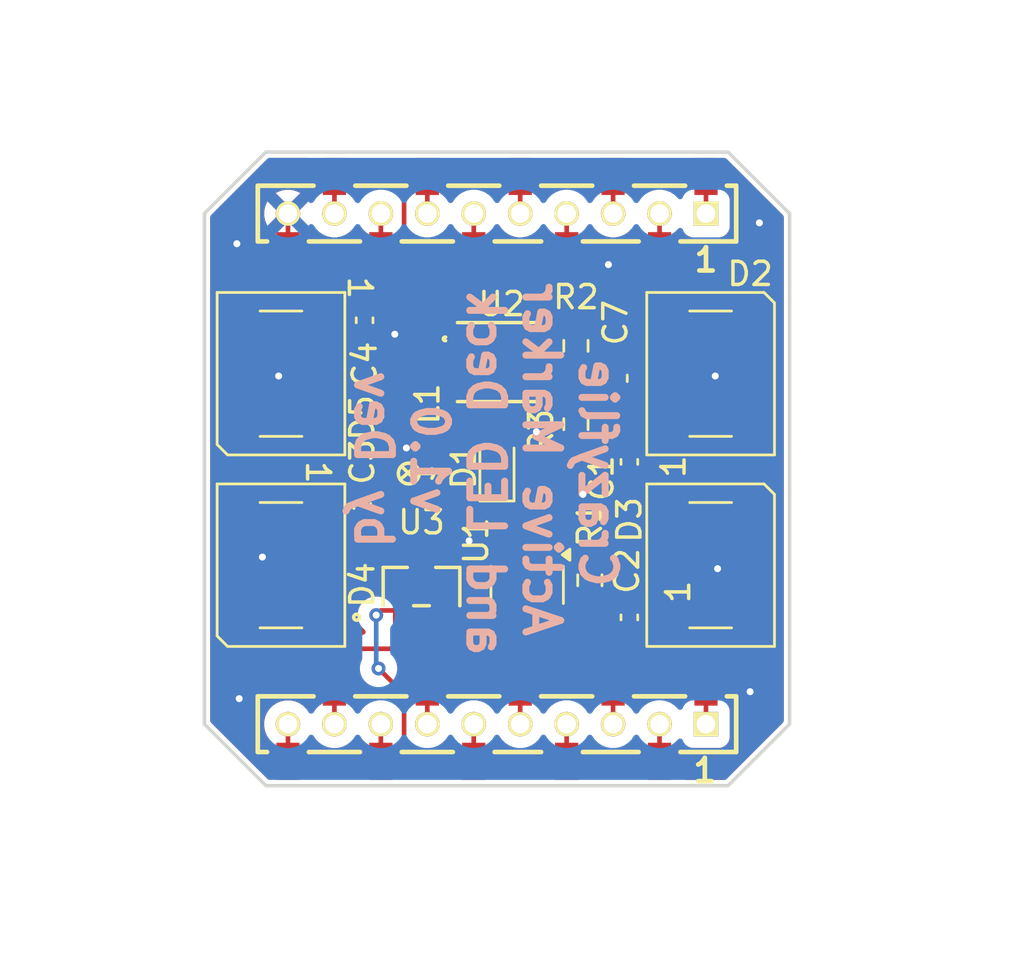
<source format=kicad_pcb>
(kicad_pcb (version 20241229) (generator "pcbnew") (generator_version "9.0")
  (layers (0 "F.Cu" signal) (2 "B.Cu" signal) (13 "F.Paste" user) (15 "B.Paste" user) (5 "F.SilkS" user "F.Silkscreen") (7 "B.SilkS" user "B.Silkscreen") (1 "F.Mask" user) (3 "B.Mask" user) (25 "Edge.Cuts" user))
  (net 0 "")
  (net 1 "GND")
  (net 2 "VCC")
  (net 3 "/OUT")
  (net 4 "VCOM")
  (net 5 "Net-(D2-DOUT)")
  (net 6 "PWM")
  (net 7 "Net-(D3-DOUT)")
  (net 8 "Net-(D4-DOUT)")
  (net 10 "Net-(U2-SW2)")
  (net 11 "Net-(U2-SW1)")
  (net 12 "unconnected-(P1-RX1-Pad2)")
  (net 13 "unconnected-(P1-IO_1-Pad6)")
  (net 14 "unconnected-(P1-VCC-Pad1)")
  (net 15 "unconnected-(P1-TX1-Pad3)_2")
  (net 16 "unconnected-(P1-SDA-Pad4)")
  (net 17 "unconnected-(P1-SCL-Pad5)")
  (net 18 "unconnected-(P1-IO_4-Pad9)")
  (net 19 "unconnected-(P1-IO_3-Pad8)")
  (net 20 "unconnected-(P2-TX2-Pad1)")
  (net 21 "unconnected-(P2-VUSB-Pad10)_1")
  (net 22 "unconnected-(P2-MOSI-Pad5)")
  (net 23 "OW")
  (net 24 "unconnected-(P2-WKUP-Pad7)")
  (net 25 "unconnected-(P2-N_IO_1-Pad6)_2")
  (net 26 "unconnected-(P2-MISO-Pad4)")
  (net 27 "unconnected-(P2-RX2-Pad2)_2")
  (net 28 "unconnected-(P2-SCK-Pad3)_2")
  (net 29 "Net-(U1-REXT)")
  (net 30 "Net-(U2-FB)")
  (footprint "Capacitor_SMD:C_0603_1608Metric" (layer "F.Cu") (at 155.75 50.9 -90)
    (property "Reference" "C7" (at -2.4 0 270) (layer "F.SilkS"))
    (property "Value" "22uF")
    (fp_line (start -0.14058 0.51) (end 0.14058 0.51) (stroke (width 0.12)) (layer "F.SilkS"))
    (fp_line (start -0.14058 -0.51) (end 0.14058 -0.51) (stroke (width 0.12)) (layer "F.SilkS"))
    (pad "1" smd roundrect (at -0.775 0 270) (size 0.9 0.95) (layers "F.Cu" "F.Mask" "F.Paste") (net 2 "VCC"))
    (pad "2" smd roundrect (at 0.775 0 270) (size 0.9 0.95) (layers "F.Cu" "F.Mask" "F.Paste") (net 1 "GND"))
  )
  (footprint "LED_SMD:LED_WS2812B_PLCC4_5.0x5.0mm_P3.2mm" (layer "F.Cu") (at 141.35 50.7 -90)
    (property "Reference" "D5" (at 1.9 -3.5 270) (layer "F.SilkS"))
    (property "Value" "WS2812B")
    (fp_line (start -3.5 2.75) (end 3.05 2.75) (stroke (width 0.12)) (layer "F.SilkS"))
    (fp_line (start 3.05 2.75) (end 3.5 2.3) (stroke (width 0.12)) (layer "F.SilkS"))
    (fp_line (start 3.5 2.3) (end 3.5 -2.75) (stroke (width 0.12)) (layer "F.SilkS"))
    (fp_line (start -2.7 0.9) (end -2.7 -0.9) (stroke (width 0.12)) (layer "F.SilkS"))
    (fp_line (start 2.7 0.9) (end 2.7 -0.9) (stroke (width 0.12)) (layer "F.SilkS"))
    (fp_line (start -3.5 -2.75) (end -3.5 2.75) (stroke (width 0.12)) (layer "F.SilkS"))
    (fp_line (start -3.5 -2.75) (end 3.5 -2.75) (stroke (width 0.12)) (layer "F.SilkS"))
    (fp_text user "1" (at -3.7 -3.4 270) (layer "F.SilkS"))
    (pad "1" smd roundrect (at -2.45 -1.65 270) (size 1.5 0.9) (layers "F.Cu" "F.Mask" "F.Paste") (roundrect_rratio 0.1) (net 2 "VCC"))
    (pad "2" smd roundrect (at -2.45 1.65 270) (size 1.5 0.9) (layers "F.Cu" "F.Mask" "F.Paste") (roundrect_rratio 0.1))
    (pad "3" smd roundrect (at 2.45 1.65 270) (size 1.5 0.9) (layers "F.Cu" "F.Mask" "F.Paste") (roundrect_rratio 0.1) (net 1 "GND"))
    (pad "4" smd roundrect (at 2.45 -1.65 270) (size 1.5 0.9) (layers "F.Cu" "F.Mask" "F.Paste") (roundrect_rratio 0.1) (net 8 "Net-(D4-DOUT)"))
  )
  (footprint "Capacitor_SMD:C_0402_1005Metric" (layer "F.Cu") (at 156.35 61.2 -90)
    (property "Reference" "C2" (at -2 0.1 270) (layer "F.SilkS"))
    (property "Value" "100nF")
    (fp_line (start -0.107836 0.36) (end 0.107836 0.36) (stroke (width 0.12)) (layer "F.SilkS"))
    (fp_line (start -0.107836 -0.36) (end 0.107836 -0.36) (stroke (width 0.12)) (layer "F.SilkS"))
    (pad "1" smd roundrect (at -0.48 0 270) (size 0.56 0.62) (layers "F.Cu" "F.Mask" "F.Paste") (net 1 "GND"))
    (pad "2" smd roundrect (at 0.48 0 270) (size 0.56 0.62) (layers "F.Cu" "F.Mask" "F.Paste") (net 2 "VCC"))
  )
  (footprint "Package_TO_SOT_SMD:SOT-23-6" (layer "F.Cu") (at 151.95 59.8 -90)
    (property "Reference" "U1" (at -1.9 2.2 90) (layer "F.SilkS"))
    (property "Value" "BCR421UW6Q-7")
    (fp_line (start 0 1.56) (end -0.8 1.56) (stroke (width 0.12)) (layer "F.SilkS"))
    (fp_line (start 0 1.56) (end 0.8 1.56) (stroke (width 0.12)) (layer "F.SilkS"))
    (fp_line (start 0 -1.56) (end -0.8 -1.56) (stroke (width 0.12)) (layer "F.SilkS"))
    (fp_line (start 0 -1.56) (end 0.8 -1.56) (stroke (width 0.12)) (layer "F.SilkS"))
    (fp_poly (pts (xy -1.3 -1.51) (xy -1.54 -1.84) (xy -1.06 -1.84)) (stroke (width 0.12)) (fill yes) (layer "F.SilkS"))
    (pad "1" smd roundrect (at -1.1375 -0.95 270) (size 1.325 0.6) (layers "F.Cu" "F.Mask" "F.Paste") (net 4 "VCOM"))
    (pad "2" smd roundrect (at -1.1375 0 270) (size 1.325 0.6) (layers "F.Cu" "F.Mask" "F.Paste") (net 3 "/OUT"))
    (pad "3" smd roundrect (at -1.1375 0.95 270) (size 1.325 0.6) (layers "F.Cu" "F.Mask" "F.Paste") (net 3 "/OUT"))
    (pad "4" smd roundrect (at 1.1375 0.95 270) (size 1.325 0.6) (layers "F.Cu" "F.Mask" "F.Paste") (net 1 "GND"))
    (pad "5" smd roundrect (at 1.1375 0 270) (size 1.325 0.6) (layers "F.Cu" "F.Mask" "F.Paste") (net 3 "/OUT"))
    (pad "6" smd roundrect (at 1.1375 -0.95 270) (size 1.325 0.6) (layers "F.Cu" "F.Mask" "F.Paste") (net 29 "Net-(U1-REXT)"))
  )
  (footprint "DS28E05:21-0051H_MXM" (layer "F.Cu") (at 147.400001 59.8713)
    (property "Reference" "U3" (at 0 -2.7713 0) (layer "F.SilkS"))
    (property "Value" "DS28E05R+T")
    (fp_line (start -1.651 -0.8255) (end -1.651 0.8255) (stroke (width 0.1524)) (layer "F.SilkS"))
    (fp_line (start -0.61214 -0.8255) (end -1.651 -0.8255) (stroke (width 0.1524)) (layer "F.SilkS"))
    (fp_line (start -0.337861 0.8255) (end 0.337861 0.8255) (stroke (width 0.1524)) (layer "F.SilkS"))
    (fp_line (start 1.651 -0.8255) (end 0.61214 -0.8255) (stroke (width 0.1524)) (layer "F.SilkS"))
    (fp_line (start 1.651 0.8255) (end 1.651 -0.8255) (stroke (width 0.1524)) (layer "F.SilkS"))
    (fp_circle (center -2.794 1.3208) (end -2.667 1.3208) (stroke (width 0.1524)) (fill no) (layer "F.SilkS"))
    (pad "1" smd rect (at -0.950001 1.0287) (size 0.5588 1.2954) (layers "F.Cu" "F.Mask" "F.Paste") (net 23 "OW"))
    (pad "2" smd rect (at 0.950001 1.0287) (size 0.5588 1.2954) (layers "F.Cu" "F.Mask" "F.Paste"))
    (pad "3" smd rect (at 0 -1.0287) (size 0.5588 1.2954) (layers "F.Cu" "F.Mask" "F.Paste") (net 1 "GND"))
  )
  (footprint "Resistor_SMD:R_0603_1608Metric" (layer "F.Cu") (at 154.65 59.6 90)
    (property "Reference" "R1" (at 2.4 0 90) (layer "F.SilkS"))
    (property "Value" "20 Ohms")
    (fp_line (start -0.237258 -0.5225) (end 0.237258 -0.5225) (stroke (width 0.12)) (layer "F.SilkS"))
    (fp_line (start -0.237258 0.5225) (end 0.237258 0.5225) (stroke (width 0.12)) (layer "F.SilkS"))
    (pad "1" smd roundrect (at -0.825 0 90) (size 0.8 0.95) (layers "F.Cu" "F.Mask" "F.Paste") (net 29 "Net-(U1-REXT)"))
    (pad "2" smd roundrect (at 0.825 0 90) (size 0.8 0.95) (layers "F.Cu" "F.Mask" "F.Paste") (net 1 "GND"))
  )
  (footprint "STBB1-APUR:SON_B1-APUR_STM" (layer "F.Cu") (at 150.65 50.2)
    (property "Reference" "U2" (at 0.2 -2.5 0) (layer "F.SilkS"))
    (property "Value" "STBB1-APUR")
    (fp_line (start -1.7018 1.7018) (end 1.7018 1.7018) (stroke (width 0.1524)) (layer "F.SilkS"))
    (fp_line (start 1.7018 -1.7018) (end -1.7018 -1.7018) (stroke (width 0.1524)) (layer "F.SilkS"))
    (fp_arc (start -2.21234 -0.926439) (mid -2.307463 -1.000252) (end -2.21234 -1.074065) (stroke (width 0.1524)) (layer "F.SilkS"))
    (pad "1" smd rect (at -1.4732 -1.000252) (size 0.8128 0.254) (layers "F.Cu" "F.Mask" "F.Paste") (net 2 "VCC"))
    (pad "2" smd rect (at -1.4732 -0.500126) (size 0.8128 0.254) (layers "F.Cu" "F.Mask" "F.Paste") (net 10 "Net-(U2-SW2)"))
    (pad "3" smd rect (at -1.4732 0) (size 0.8128 0.254) (layers "F.Cu" "F.Mask" "F.Paste") (net 1 "GND"))
    (pad "4" smd rect (at -1.4732 0.500126) (size 0.8128 0.254) (layers "F.Cu" "F.Mask" "F.Paste") (net 11 "Net-(U2-SW1)"))
    (pad "5" smd rect (at -1.4732 1.000252) (size 0.8128 0.254) (layers "F.Cu" "F.Mask" "F.Paste") (net 4 "VCOM"))
    (pad "6" smd rect (at 1.4732 1.000252) (size 0.8128 0.254) (layers "F.Cu" "F.Mask" "F.Paste") (net 2 "VCC"))
    (pad "7" smd rect (at 1.4732 0.500126) (size 0.8128 0.254) (layers "F.Cu" "F.Mask" "F.Paste") (net 1 "GND"))
    (pad "8" smd rect (at 1.4732 0) (size 0.8128 0.254) (layers "F.Cu" "F.Mask" "F.Paste") (net 2 "VCC"))
    (pad "9" smd rect (at 1.4732 -0.500126) (size 0.8128 0.254) (layers "F.Cu" "F.Mask" "F.Paste") (net 1 "GND"))
    (pad "10" smd rect (at 1.4732 -1.000252) (size 0.8128 0.254) (layers "F.Cu" "F.Mask" "F.Paste") (net 30 "Net-(U2-FB)"))
    (pad "11" smd rect (at 0 0) (size 1.7526 2.4892) (layers "F.Cu" "F.Mask" "F.Paste") (net 1 "GND"))
  )
  (footprint "CF_EXP:CF_EXP_LEFT" (layer "F.Cu") (at 150.651 43.80092)
    (property "Reference" "P1" (hide yes))
    (property "Value" "CF_EXP_LEFT")
    (fp_line (start -10.3 -1.2) (end -10.3 1.2) (stroke (width 0.2)) (layer "F.SilkS"))
    (fp_line (start -10.3 1.2) (end -9.9 1.2) (stroke (width 0.2)) (layer "F.SilkS"))
    (fp_line (start -7.9 -1.2) (end -10.3 -1.2) (stroke (width 0.2)) (layer "F.SilkS"))
    (fp_line (start -5.9 1.2) (end -8.1 1.2) (stroke (width 0.2)) (layer "F.SilkS"))
    (fp_line (start -3.9 -1.2) (end -6.1 -1.2) (stroke (width 0.2)) (layer "F.SilkS"))
    (fp_line (start -1.9 1.2) (end -4.1 1.2) (stroke (width 0.2)) (layer "F.SilkS"))
    (fp_line (start 0.1 -1.2) (end -2.1 -1.2) (stroke (width 0.2)) (layer "F.SilkS"))
    (fp_line (start 1.9 1.2) (end -0.1 1.2) (stroke (width 0.2)) (layer "F.SilkS"))
    (fp_line (start 4.1 -1.2) (end 1.9 -1.2) (stroke (width 0.2)) (layer "F.SilkS"))
    (fp_line (start 6.1 1.2) (end 3.7 1.2) (stroke (width 0.2)) (layer "F.SilkS"))
    (fp_line (start 8.1 -1.2) (end 5.9 -1.2) (stroke (width 0.2)) (layer "F.SilkS"))
    (fp_line (start 10.3 -1.2) (end 9.9 -1.2) (stroke (width 0.2)) (layer "F.SilkS"))
    (fp_line (start 10.3 -1.2) (end 10.3 1.2) (stroke (width 0.2)) (layer "F.SilkS"))
    (fp_line (start 10.3 1.2) (end 7.9 1.2) (stroke (width 0.2)) (layer "F.SilkS"))
    (fp_text user "1" (at 9 2 0) (layer "F.SilkS") (effects (font (thickness 0.2))))
    (pad "1" smd rect (at 9 -1.6) (size 1 1.6) (layers "F.Cu" "F.Mask" "F.Paste") (net 14 "unconnected-(P1-VCC-Pad1)"))
    (pad "1" smd circle (at 9 0) (size 1.05 1.05) (layers "F.Cu" "F.Mask") (net 14 "unconnected-(P1-VCC-Pad1)"))
    (pad "1" thru_hole rect (at 9 0) (size 1.05 1.05) (drill 0.8) (layers "*.Cu" "B.Mask" "F.SilkS") (net 14 "unconnected-(P1-VCC-Pad1)"))
    (pad "2" smd circle (at 7 0) (size 1.05 1.05) (layers "F.Cu" "F.Mask") (net 12 "unconnected-(P1-RX1-Pad2)"))
    (pad "2" thru_hole circle (at 7 0) (size 1.05 1.05) (drill 0.8) (layers "*.Cu" "B.Mask" "F.SilkS") (net 12 "unconnected-(P1-RX1-Pad2)"))
    (pad "2" smd rect (at 7 1.6) (size 1 1.6) (layers "F.Cu" "F.Mask" "F.Paste") (net 12 "unconnected-(P1-RX1-Pad2)"))
    (pad "3" smd rect (at 5 -1.6) (size 1 1.6) (layers "F.Cu" "F.Mask" "F.Paste") (net 15 "unconnected-(P1-TX1-Pad3)_2"))
    (pad "3" smd circle (at 5 0) (size 1.05 1.05) (layers "F.Cu" "F.Mask") (net 15 "unconnected-(P1-TX1-Pad3)_2"))
    (pad "3" thru_hole circle (at 5 0) (size 1.05 1.05) (drill 0.8) (layers "*.Cu" "B.Mask" "F.SilkS") (net 15 "unconnected-(P1-TX1-Pad3)_2"))
    (pad "4" smd circle (at 3 0) (size 1.05 1.05) (layers "F.Cu" "F.Mask") (net 16 "unconnected-(P1-SDA-Pad4)"))
    (pad "4" thru_hole circle (at 3 0) (size 1.05 1.05) (drill 0.8) (layers "*.Cu" "B.Mask" "F.SilkS") (net 16 "unconnected-(P1-SDA-Pad4)"))
    (pad "4" smd rect (at 3 1.6) (size 1 1.6) (layers "F.Cu" "F.Mask" "F.Paste") (net 16 "unconnected-(P1-SDA-Pad4)"))
    (pad "5" smd rect (at 1 -1.6) (size 1 1.6) (layers "F.Cu" "F.Mask" "F.Paste") (net 17 "unconnected-(P1-SCL-Pad5)"))
    (pad "5" smd circle (at 1 0) (size 1.05 1.05) (layers "F.Cu" "F.Mask") (net 17 "unconnected-(P1-SCL-Pad5)"))
    (pad "5" thru_hole circle (at 1 0) (size 1.05 1.05) (drill 0.8) (layers "*.Cu" "B.Mask" "F.SilkS") (net 17 "unconnected-(P1-SCL-Pad5)"))
    (pad "6" smd circle (at -1 0) (size 1.05 1.05) (layers "F.Cu" "F.Mask") (net 13 "unconnected-(P1-IO_1-Pad6)"))
    (pad "6" thru_hole circle (at -1 0) (size 1.05 1.05) (drill 0.8) (layers "*.Cu" "B.Mask" "F.SilkS") (net 13 "unconnected-(P1-IO_1-Pad6)"))
    (pad "6" smd rect (at -1 1.6) (size 1 1.6) (layers "F.Cu" "F.Mask" "F.Paste") (net 13 "unconnected-(P1-IO_1-Pad6)"))
    (pad "7" smd rect (at -3 -1.6) (size 1 1.6) (layers "F.Cu" "F.Mask" "F.Paste") (net 6 "PWM"))
    (pad "7" smd circle (at -3 0) (size 1.05 1.05) (layers "F.Cu" "F.Mask") (net 6 "PWM"))
    (pad "7" thru_hole circle (at -3 0) (size 1.05 1.05) (drill 0.8) (layers "*.Cu" "B.Mask" "F.SilkS") (net 6 "PWM"))
    (pad "8" smd circle (at -5 0) (size 1.05 1.05) (layers "F.Cu" "F.Mask") (net 19 "unconnected-(P1-IO_3-Pad8)"))
    (pad "8" thru_hole circle (at -5 0) (size 1.05 1.05) (drill 0.8) (layers "*.Cu" "B.Mask" "F.SilkS") (net 19 "unconnected-(P1-IO_3-Pad8)"))
    (pad "8" smd rect (at -5 1.6) (size 1 1.6) (layers "F.Cu" "F.Mask" "F.Paste") (net 19 "unconnected-(P1-IO_3-Pad8)"))
    (pad "9" smd rect (at -7 -1.6) (size 1 1.6) (layers "F.Cu" "F.Mask" "F.Paste") (net 18 "unconnected-(P1-IO_4-Pad9)"))
    (pad "9" smd circle (at -7 0) (size 1.05 1.05) (layers "F.Cu" "F.Mask") (net 18 "unconnected-(P1-IO_4-Pad9)"))
    (pad "9" thru_hole circle (at -7 0) (size 1.05 1.05) (drill 0.8) (layers "*.Cu" "B.Mask" "F.SilkS") (net 18 "unconnected-(P1-IO_4-Pad9)"))
    (pad "10" smd circle (at -9 0) (size 1.05 1.05) (layers "F.Cu" "F.Mask") (net 1 "GND"))
    (pad "10" thru_hole circle (at -9 0) (size 1.05 1.05) (drill 0.8) (layers "*.Cu" "B.Mask" "F.SilkS") (net 1 "GND"))
    (pad "10" smd rect (at -9 1.6) (size 1 1.6) (layers "F.Cu" "F.Mask" "F.Paste") (net 1 "GND"))
  )
  (footprint "LED_SMD:LED_WS2812B_PLCC4_5.0x5.0mm_P3.2mm" (layer "F.Cu") (at 141.35 58.95 -90)
    (property "Reference" "D4" (at 0.85 -3.5 270) (layer "F.SilkS"))
    (property "Value" "WS2812B")
    (fp_line (start -3.5 2.75) (end 3.05 2.75) (stroke (width 0.12)) (layer "F.SilkS"))
    (fp_line (start 3.05 2.75) (end 3.5 2.3) (stroke (width 0.12)) (layer "F.SilkS"))
    (fp_line (start 3.5 2.3) (end 3.5 -2.75) (stroke (width 0.12)) (layer "F.SilkS"))
    (fp_line (start -2.7 0.9) (end -2.7 -0.9) (stroke (width 0.12)) (layer "F.SilkS"))
    (fp_line (start 2.7 0.9) (end 2.7 -0.9) (stroke (width 0.12)) (layer "F.SilkS"))
    (fp_line (start -3.5 -2.75) (end -3.5 2.75) (stroke (width 0.12)) (layer "F.SilkS"))
    (fp_line (start -3.5 -2.75) (end 3.5 -2.75) (stroke (width 0.12)) (layer "F.SilkS"))
    (fp_text user "1" (at -4 -1.6 270) (layer "F.SilkS"))
    (pad "1" smd roundrect (at -2.45 -1.65 270) (size 1.5 0.9) (layers "F.Cu" "F.Mask" "F.Paste") (roundrect_rratio 0.1) (net 2 "VCC"))
    (pad "2" smd roundrect (at -2.45 1.65 270) (size 1.5 0.9) (layers "F.Cu" "F.Mask" "F.Paste") (roundrect_rratio 0.1) (net 8 "Net-(D4-DOUT)"))
    (pad "3" smd roundrect (at 2.45 1.65 270) (size 1.5 0.9) (layers "F.Cu" "F.Mask" "F.Paste") (roundrect_rratio 0.1) (net 1 "GND"))
    (pad "4" smd roundrect (at 2.45 -1.65 270) (size 1.5 0.9) (layers "F.Cu" "F.Mask" "F.Paste") (roundrect_rratio 0.1) (net 7 "Net-(D3-DOUT)"))
  )
  (footprint "Capacitor_SMD:C_0402_1005Metric" (layer "F.Cu") (at 144.95 48.4 90)
    (property "Reference" "C4" (at -1.9 0 90) (layer "F.SilkS"))
    (property "Value" "100nF")
    (fp_line (start -0.107836 -0.36) (end 0.107836 -0.36) (stroke (width 0.12)) (layer "F.SilkS"))
    (fp_line (start -0.107836 0.36) (end 0.107836 0.36) (stroke (width 0.12)) (layer "F.SilkS"))
    (pad "1" smd roundrect (at -0.48 0 90) (size 0.56 0.62) (layers "F.Cu" "F.Mask" "F.Paste") (net 1 "GND"))
    (pad "2" smd roundrect (at 0.48 0 90) (size 0.56 0.62) (layers "F.Cu" "F.Mask" "F.Paste") (net 2 "VCC"))
  )
  (footprint "Resistor_SMD:R_0603_1608Metric" (layer "F.Cu") (at 154.05 52.875 -90)
    (property "Reference" "R3" (at 0.325 1.5 270) (layer "F.SilkS"))
    (property "Value" "50k")
    (fp_line (start -0.237258 0.5225) (end 0.237258 0.5225) (stroke (width 0.12)) (layer "F.SilkS"))
    (fp_line (start -0.237258 -0.5225) (end 0.237258 -0.5225) (stroke (width 0.12)) (layer "F.SilkS"))
    (pad "1" smd roundrect (at -0.825 0 270) (size 0.8 0.95) (layers "F.Cu" "F.Mask" "F.Paste") (net 30 "Net-(U2-FB)"))
    (pad "2" smd roundrect (at 0.825 0 270) (size 0.8 0.95) (layers "F.Cu" "F.Mask" "F.Paste") (net 1 "GND"))
  )
  (footprint "Resistor_SMD:R_0603_1608Metric" (layer "F.Cu") (at 154.05 49.5 -90)
    (property "Reference" "R2" (at -2.1 0 0) (layer "F.SilkS"))
    (property "Value" "330k")
    (fp_line (start -0.237258 0.5225) (end 0.237258 0.5225) (stroke (width 0.12)) (layer "F.SilkS"))
    (fp_line (start -0.237258 -0.5225) (end 0.237258 -0.5225) (stroke (width 0.12)) (layer "F.SilkS"))
    (pad "1" smd roundrect (at -0.825 0 270) (size 0.8 0.95) (layers "F.Cu" "F.Mask" "F.Paste") (net 2 "VCC"))
    (pad "2" smd roundrect (at 0.825 0 270) (size 0.8 0.95) (layers "F.Cu" "F.Mask" "F.Paste") (net 30 "Net-(U2-FB)"))
  )
  (footprint "Capacitor_SMD:C_0402_1005Metric" (layer "F.Cu") (at 144.85 56.4 90)
    (property "Reference" "C3" (at 1.9 0 90) (layer "F.SilkS"))
    (property "Value" "100nF")
    (fp_line (start -0.107836 -0.36) (end 0.107836 -0.36) (stroke (width 0.12)) (layer "F.SilkS"))
    (fp_line (start -0.107836 0.36) (end 0.107836 0.36) (stroke (width 0.12)) (layer "F.SilkS"))
    (pad "1" smd roundrect (at -0.48 0 90) (size 0.56 0.62) (layers "F.Cu" "F.Mask" "F.Paste") (net 1 "GND"))
    (pad "2" smd roundrect (at 0.48 0 90) (size 0.56 0.62) (layers "F.Cu" "F.Mask" "F.Paste") (net 2 "VCC"))
  )
  (footprint "Capacitor_SMD:C_0402_1005Metric" (layer "F.Cu") (at 156.35 54.5 90)
    (property "Reference" "C1" (at -0.7 -1.2 90) (layer "F.SilkS"))
    (property "Value" "100nF")
    (fp_line (start -0.107836 -0.36) (end 0.107836 -0.36) (stroke (width 0.12)) (layer "F.SilkS"))
    (fp_line (start -0.107836 0.36) (end 0.107836 0.36) (stroke (width 0.12)) (layer "F.SilkS"))
    (pad "1" smd roundrect (at -0.48 0 90) (size 0.56 0.62) (layers "F.Cu" "F.Mask" "F.Paste") (net 1 "GND"))
    (pad "2" smd roundrect (at 0.48 0 90) (size 0.56 0.62) (layers "F.Cu" "F.Mask" "F.Paste") (net 2 "VCC"))
  )
  (footprint "CF_EXP:CF_EXP_RIGHT" (layer "F.Cu") (at 151.6 65.8)
    (property "Reference" "P2" (hide yes))
    (property "Value" "CF_EXP_RIGHT")
    (fp_line (start -11.25 -1.2) (end -11.25 1.2) (stroke (width 0.2)) (layer "F.SilkS"))
    (fp_line (start -11.25 1.2) (end -10.85 1.2) (stroke (width 0.2)) (layer "F.SilkS"))
    (fp_line (start -8.85 -1.2) (end -11.25 -1.2) (stroke (width 0.2)) (layer "F.SilkS"))
    (fp_line (start -6.85 1.2) (end -9.05 1.2) (stroke (width 0.2)) (layer "F.SilkS"))
    (fp_line (start -4.85 -1.2) (end -7.05 -1.2) (stroke (width 0.2)) (layer "F.SilkS"))
    (fp_line (start -2.85 1.2) (end -5.05 1.2) (stroke (width 0.2)) (layer "F.SilkS"))
    (fp_line (start -0.85 -1.2) (end -3.05 -1.2) (stroke (width 0.2)) (layer "F.SilkS"))
    (fp_line (start 0.95 1.2) (end -1.05 1.2) (stroke (width 0.2)) (layer "F.SilkS"))
    (fp_line (start 3.15 -1.2) (end 0.95 -1.2) (stroke (width 0.2)) (layer "F.SilkS"))
    (fp_line (start 5.15 1.2) (end 2.75 1.2) (stroke (width 0.2)) (layer "F.SilkS"))
    (fp_line (start 7.15 -1.2) (end 4.95 -1.2) (stroke (width 0.2)) (layer "F.SilkS"))
    (fp_line (start 9.35 -1.2) (end 8.95 -1.2) (stroke (width 0.2)) (layer "F.SilkS"))
    (fp_line (start 9.35 -1.2) (end 9.35 1.2) (stroke (width 0.2)) (layer "F.SilkS"))
    (fp_line (start 9.35 1.2) (end 6.95 1.2) (stroke (width 0.2)) (layer "F.SilkS"))
    (fp_text user "1" (at 8 2 0) (layer "F.SilkS") (effects (font (thickness 0.2))))
    (pad "1" smd rect (at 8.05 -1.6) (size 1 1.6) (layers "F.Cu" "F.Mask" "F.Paste") (net 20 "unconnected-(P2-TX2-Pad1)"))
    (pad "1" smd circle (at 8.05 0) (size 1.05 1.05) (layers "F.Cu" "F.Mask") (net 20 "unconnected-(P2-TX2-Pad1)"))
    (pad "1" thru_hole rect (at 8.05 0) (size 1.05 1.05) (drill 0.8) (layers "*.Cu" "B.Mask" "F.SilkS") (net 20 "unconnected-(P2-TX2-Pad1)"))
    (pad "2" smd circle (at 6.05 0) (size 1.05 1.05) (layers "F.Cu" "F.Mask") (net 27 "unconnected-(P2-RX2-Pad2)_2"))
    (pad "2" thru_hole circle (at 6.05 0) (size 1.05 1.05) (drill 0.8) (layers "*.Cu" "B.Mask" "F.SilkS") (net 27 "unconnected-(P2-RX2-Pad2)_2"))
    (pad "2" smd rect (at 6.05 1.6) (size 1 1.6) (layers "F.Cu" "F.Mask" "F.Paste") (net 27 "unconnected-(P2-RX2-Pad2)_2"))
    (pad "3" smd rect (at 4.05 -1.6) (size 1 1.6) (layers "F.Cu" "F.Mask" "F.Paste") (net 28 "unconnected-(P2-SCK-Pad3)_2"))
    (pad "3" smd circle (at 4.05 0) (size 1.05 1.05) (layers "F.Cu" "F.Mask") (net 28 "unconnected-(P2-SCK-Pad3)_2"))
    (pad "3" thru_hole circle (at 4.05 0) (size 1.05 1.05) (drill 0.8) (layers "*.Cu" "B.Mask" "F.SilkS") (net 28 "unconnected-(P2-SCK-Pad3)_2"))
    (pad "4" smd circle (at 2.05 0) (size 1.05 1.05) (layers "F.Cu" "F.Mask") (net 26 "unconnected-(P2-MISO-Pad4)"))
    (pad "4" thru_hole circle (at 2.05 0) (size 1.05 1.05) (drill 0.8) (layers "*.Cu" "B.Mask" "F.SilkS") (net 26 "unconnected-(P2-MISO-Pad4)"))
    (pad "4" smd rect (at 2.05 1.6) (size 1 1.6) (layers "F.Cu" "F.Mask" "F.Paste") (net 26 "unconnected-(P2-MISO-Pad4)"))
    (pad "5" smd rect (at 0.05 -1.6) (size 1 1.6) (layers "F.Cu" "F.Mask" "F.Paste") (net 22 "unconnected-(P2-MOSI-Pad5)"))
    (pad "5" smd circle (at 0.05 0) (size 1.05 1.05) (layers "F.Cu" "F.Mask") (net 22 "unconnected-(P2-MOSI-Pad5)"))
    (pad "5" thru_hole circle (at 0.05 0) (size 1.05 1.05) (drill 0.8) (layers "*.Cu" "B.Mask" "F.SilkS") (net 22 "unconnected-(P2-MOSI-Pad5)"))
    (pad "6" smd circle (at -1.95 0) (size 1.05 1.05) (layers "F.Cu" "F.Mask") (net 25 "unconnected-(P2-N_IO_1-Pad6)_2"))
    (pad "6" thru_hole circle (at -1.95 0) (size 1.05 1.05) (drill 0.8) (layers "*.Cu" "B.Mask" "F.SilkS") (net 25 "unconnected-(P2-N_IO_1-Pad6)_2"))
    (pad "6" smd rect (at -1.95 1.6) (size 1 1.6) (layers "F.Cu" "F.Mask" "F.Paste") (net 25 "unconnected-(P2-N_IO_1-Pad6)_2"))
    (pad "7" smd rect (at -3.95 -1.6) (size 1 1.6) (layers "F.Cu" "F.Mask" "F.Paste") (net 24 "unconnected-(P2-WKUP-Pad7)"))
    (pad "7" smd circle (at -3.95 0) (size 1.05 1.05) (layers "F.Cu" "F.Mask") (net 24 "unconnected-(P2-WKUP-Pad7)"))
    (pad "7" thru_hole circle (at -3.95 0) (size 1.05 1.05) (drill 0.8) (layers "*.Cu" "B.Mask" "F.SilkS") (net 24 "unconnected-(P2-WKUP-Pad7)"))
    (pad "8" smd circle (at -5.95 0) (size 1.05 1.05) (layers "F.Cu" "F.Mask") (net 23 "OW"))
    (pad "8" thru_hole circle (at -5.95 0) (size 1.05 1.05) (drill 0.8) (layers "*.Cu" "B.Mask" "F.SilkS") (net 23 "OW"))
    (pad "8" smd rect (at -5.95 1.6) (size 1 1.6) (layers "F.Cu" "F.Mask" "F.Paste") (net 23 "OW"))
    (pad "9" smd rect (at -7.95 -1.6) (size 1 1.6) (layers "F.Cu" "F.Mask" "F.Paste") (net 4 "VCOM"))
    (pad "9" smd circle (at -7.95 0) (size 1.05 1.05) (layers "F.Cu" "F.Mask") (net 4 "VCOM"))
    (pad "9" thru_hole circle (at -7.95 0) (size 1.05 1.05) (drill 0.8) (layers "*.Cu" "B.Mask" "F.SilkS") (net 4 "VCOM"))
    (pad "10" smd circle (at -9.95 0) (size 1.05 1.05) (layers "F.Cu" "F.Mask") (net 21 "unconnected-(P2-VUSB-Pad10)_1"))
    (pad "10" thru_hole circle (at -9.95 0) (size 1.05 1.05) (drill 0.8) (layers "*.Cu" "B.Mask" "F.SilkS") (net 21 "unconnected-(P2-VUSB-Pad10)_1"))
    (pad "10" smd rect (at -9.95 1.6) (size 1 1.6) (layers "F.Cu" "F.Mask" "F.Paste") (net 21 "unconnected-(P2-VUSB-Pad10)_1"))
  )
  (footprint "Inductor_SMD:L_0402_1005Metric" (layer "F.Cu") (at 147.7 50.25 90)
    (property "Reference" "L1" (at -1.75 -0.05 90) (layer "F.SilkS"))
    (property "Value" "2.2u")
    (pad "1" smd roundrect (at -0.485 0 90) (size 0.59 0.64) (layers "F.Cu" "F.Mask" "F.Paste") (net 11 "Net-(U2-SW1)"))
    (pad "2" smd roundrect (at 0.485 0 90) (size 0.59 0.64) (layers "F.Cu" "F.Mask" "F.Paste") (net 10 "Net-(U2-SW2)"))
  )
  (footprint "LED_SMD:LED_WS2812B_PLCC4_5.0x5.0mm_P3.2mm" (layer "F.Cu") (at 159.85 58.95 90)
    (property "Reference" "D3" (at 1.95 -3.5 90) (layer "F.SilkS"))
    (property "Value" "WS2812B")
    (fp_line (start -3.5 -2.75) (end 3.5 -2.75) (stroke (width 0.12)) (layer "F.SilkS"))
    (fp_line (start -3.5 -2.75) (end -3.5 2.75) (stroke (width 0.12)) (layer "F.SilkS"))
    (fp_line (start 2.7 0.9) (end 2.7 -0.9) (stroke (width 0.12)) (layer "F.SilkS"))
    (fp_line (start -2.7 0.9) (end -2.7 -0.9) (stroke (width 0.12)) (layer "F.SilkS"))
    (fp_line (start 3.5 2.3) (end 3.5 -2.75) (stroke (width 0.12)) (layer "F.SilkS"))
    (fp_line (start 3.05 2.75) (end 3.5 2.3) (stroke (width 0.12)) (layer "F.SilkS"))
    (fp_line (start -3.5 2.75) (end 3.05 2.75) (stroke (width 0.12)) (layer "F.SilkS"))
    (fp_text user "1" (at -1.15 -1.4 90) (layer "F.SilkS"))
    (pad "1" smd roundrect (at -2.45 -1.65 90) (size 1.5 0.9) (layers "F.Cu" "F.Mask" "F.Paste") (roundrect_rratio 0.1) (net 2 "VCC"))
    (pad "2" smd roundrect (at -2.45 1.65 90) (size 1.5 0.9) (layers "F.Cu" "F.Mask" "F.Paste") (roundrect_rratio 0.1) (net 7 "Net-(D3-DOUT)"))
    (pad "3" smd roundrect (at 2.45 1.65 90) (size 1.5 0.9) (layers "F.Cu" "F.Mask" "F.Paste") (roundrect_rratio 0.1) (net 1 "GND"))
    (pad "4" smd roundrect (at 2.45 -1.65 90) (size 1.5 0.9) (layers "F.Cu" "F.Mask" "F.Paste") (roundrect_rratio 0.1) (net 5 "Net-(D2-DOUT)"))
  )
  (footprint "LED_SMD:LED_0603_1608Metric" (layer "F.Cu") (at 150.65 54.7 90)
    (property "Reference" "D1" (at 0 -1.43 90) (layer "F.SilkS"))
    (property "Value" "LED 850nm")
    (fp_line (start 0.8 -0.735) (end -1.485 -0.735) (stroke (width 0.12)) (layer "F.SilkS"))
    (fp_line (start -1.485 -0.735) (end -1.485 0.735) (stroke (width 0.12)) (layer "F.SilkS"))
    (fp_line (start -1.485 0.735) (end 0.8 0.735) (stroke (width 0.12)) (layer "F.SilkS"))
    (pad "1" smd roundrect (at -0.7875 0 90) (size 0.875 0.95) (layers "F.Cu" "F.Mask" "F.Paste") (net 3 "/OUT"))
    (pad "2" smd roundrect (at 0.7875 0 90) (size 0.875 0.95) (layers "F.Cu" "F.Mask" "F.Paste") (net 4 "VCOM"))
  )
  (footprint "LED_SMD:LED_WS2812B_PLCC4_5.0x5.0mm_P3.2mm" (layer "F.Cu") (at 159.85 50.7 90)
    (property "Reference" "D2" (at 4.3 1.7 180) (layer "F.SilkS"))
    (property "Value" "WS2812B")
    (fp_line (start -3.5 -2.75) (end 3.5 -2.75) (stroke (width 0.12)) (layer "F.SilkS"))
    (fp_line (start -3.5 -2.75) (end -3.5 2.75) (stroke (width 0.12)) (layer "F.SilkS"))
    (fp_line (start 2.7 0.9) (end 2.7 -0.9) (stroke (width 0.12)) (layer "F.SilkS"))
    (fp_line (start -2.7 0.9) (end -2.7 -0.9) (stroke (width 0.12)) (layer "F.SilkS"))
    (fp_line (start 3.5 2.3) (end 3.5 -2.75) (stroke (width 0.12)) (layer "F.SilkS"))
    (fp_line (start 3.05 2.75) (end 3.5 2.3) (stroke (width 0.12)) (layer "F.SilkS"))
    (fp_line (start -3.5 2.75) (end 3.05 2.75) (stroke (width 0.12)) (layer "F.SilkS"))
    (fp_text user "1" (at -4 -1.6 90) (layer "F.SilkS"))
    (pad "1" smd roundrect (at -2.45 -1.65 90) (size 1.5 0.9) (layers "F.Cu" "F.Mask" "F.Paste") (roundrect_rratio 0.1) (net 2 "VCC"))
    (pad "2" smd roundrect (at -2.45 1.65 90) (size 1.5 0.9) (layers "F.Cu" "F.Mask" "F.Paste") (roundrect_rratio 0.1) (net 5 "Net-(D2-DOUT)"))
    (pad "3" smd roundrect (at 2.45 1.65 90) (size 1.5 0.9) (layers "F.Cu" "F.Mask" "F.Paste") (roundrect_rratio 0.1) (net 1 "GND"))
    (pad "4" smd roundrect (at 2.45 -1.65 90) (size 1.5 0.9) (layers "F.Cu" "F.Mask" "F.Paste") (roundrect_rratio 0.1) (net 6 "PWM"))
  )
  (gr_line (start 147.297214 55) (end 147.95 55) (stroke (width 0.1524)) (layer "F.SilkS"))
  (gr_circle (center 146.85 55) (end 147.25 54.8) (stroke (width 0.1524)) (fill no) (layer "F.SilkS"))
  (gr_line (start 146.55 54.7) (end 147.15 55.3) (stroke (width 0.1524)) (layer "F.SilkS"))
  (gr_line (start 147.85 54.8) (end 147.95 55) (stroke (width 0.1524)) (layer "F.SilkS"))
  (gr_line (start 147.15 54.7) (end 146.55 55.2) (stroke (width 0.1524)) (layer "F.SilkS"))
  (gr_line (start 147.85 55.2) (end 147.95 55) (stroke (width 0.1524)) (layer "F.SilkS"))
  (gr_line (start 160.601 41.15092) (end 161.351 41.90092) (stroke (width 0.15)) (layer "Edge.Cuts"))
  (gr_line (start 139.951 67.70092) (end 138.051 65.80092) (stroke (width 0.15)) (layer "Edge.Cuts"))
  (gr_line (start 150.651 68.45092) (end 160.601 68.45092) (stroke (width 0.15)) (layer "Edge.Cuts"))
  (gr_line (start 153.401 41.15092) (end 140.701 41.15092) (stroke (width 0.15)) (layer "Edge.Cuts"))
  (gr_line (start 163.251 65.80092) (end 163.251 64.00092) (stroke (width 0.15)) (layer "Edge.Cuts"))
  (gr_line (start 140.701 41.15092) (end 139.951 41.90092) (stroke (width 0.15)) (layer "Edge.Cuts"))
  (gr_line (start 140.701 68.45092) (end 139.951 67.70092) (stroke (width 0.15)) (layer "Edge.Cuts"))
  (gr_line (start 153.401 41.15092) (end 160.601 41.15092) (stroke (width 0.15)) (layer "Edge.Cuts"))
  (gr_line (start 161.351 41.90092) (end 163.251 43.80092) (stroke (width 0.15)) (layer "Edge.Cuts"))
  (gr_line (start 138.051 65.80092) (end 138.051 43.80092) (stroke (width 0.15)) (layer "Edge.Cuts"))
  (gr_line (start 139.951 41.90092) (end 138.051 43.80092) (stroke (width 0.15)) (layer "Edge.Cuts"))
  (gr_line (start 161.351 67.70092) (end 163.251 65.80092) (stroke (width 0.15)) (layer "Edge.Cuts"))
  (gr_line (start 160.601 68.45092) (end 161.351 67.70092) (stroke (width 0.15)) (layer "Edge.Cuts"))
  (gr_line (start 163.251 43.80092) (end 163.251 64.00092) (stroke (width 0.15)) (layer "Edge.Cuts"))
  (gr_line (start 150.651 68.45092) (end 140.701 68.45092) (stroke (width 0.15)) (layer "Edge.Cuts"))
  (gr_text "Crazyflie \nActive Marker\nand LED Deck \nv1.0\nby Dev" (at 144.45 54.4 270) (layer "B.SilkS") (effects (font (size 1.5 1.5) (thickness 0.3) (bold yes)) (justify bottom mirror)))
  (segment (start 160.05 50.8) (end 160.05 50.5) (width 0.2) (layer "F.Cu") (net 1))
  (segment (start 154.849 61.901) (end 151.301001 61.901) (width 0.2) (layer "F.Cu") (net 1))
  (segment (start 151 61.599999) (end 151 60.9375) (width 0.2) (layer "F.Cu") (net 1))
  (segment (start 156.03 60.72) (end 154.849 61.901) (width 0.2) (layer "F.Cu") (net 1))
  (segment (start 141.651 43.80092) (end 141.651 45.40092) (width 0.2) (layer "F.Cu") (net 1))
  (segment (start 155.55 51.675) (end 155.55 51.875) (width 0.2) (layer "F.Cu") (net 1))
  (segment (start 149.1768 50.2) (end 150.65 50.2) (width 0.2) (layer "F.Cu") (net 1))
  (segment (start 160.05 50.5) (end 161.5 49.05) (width 0.2) (layer "F.Cu") (net 1))
  (segment (start 155.55 51.875) (end 154.05 53.375) (width 0.2) (layer "F.Cu") (net 1))
  (segment (start 151.150126 50.700126) (end 150.65 50.2) (width 0.2) (layer "F.Cu") (net 1))
  (segment (start 151.301001 61.901) (end 151 61.599999) (width 0.2) (layer "F.Cu") (net 1))
  (segment (start 161.5 49.05) (end 161.5 48.25) (width 0.2) (layer "F.Cu") (net 1))
  (segment (start 154.05 53.375) (end 154.05 53.7) (width 0.2) (layer "F.Cu") (net 1))
  (segment (start 156.35 60.72) (end 156.03 60.72) (width 0.2) (layer "F.Cu") (net 1))
  (segment (start 151.150126 49.699874) (end 150.65 50.2) (width 0.2) (layer "F.Cu") (net 1))
  (segment (start 152.1232 49.699874) (end 151.150126 49.699874) (width 0.2) (layer "F.Cu") (net 1))
  (segment (start 152.1232 50.700126) (end 151.150126 50.700126) (width 0.2) (layer "F.Cu") (net 1))
  (via (at 160.05 50.8) (size 0.6) (drill 0.3) (layers "F.Cu" "B.Cu") (net 1))
  (via (at 139.55 64.7) (size 0.6) (drill 0.3) (layers "F.Cu" "B.Cu") (net 1))
  (via (at 139.45 45.1) (size 0.6) (drill 0.3) (layers "F.Cu" "B.Cu") (net 1))
  (via (at 161.55 64.4) (size 0.6) (drill 0.3) (layers "F.Cu" "B.Cu") (net 1))
  (via (at 149.45 57.9) (size 0.6) (drill 0.3) (layers "F.Cu" "B.Cu") (net 1))
  (via (at 140.55 58.6) (size 0.6) (drill 0.3) (layers "F.Cu" "B.Cu") (net 1))
  (via (at 155.45 46) (size 0.6) (drill 0.3) (layers "F.Cu" "B.Cu") (net 1))
  (via (at 146.75 53.9) (size 0.6) (drill 0.3) (layers "F.Cu" "B.Cu") (net 1))
  (via (at 160.15 59.1) (size 0.6) (drill 0.3) (layers "F.Cu" "B.Cu") (net 1))
  (via (at 146.25 49) (size 0.6) (drill 0.3) (layers "F.Cu" "B.Cu") (net 1))
  (via (at 152.35 53.2) (size 0.6) (drill 0.3) (layers "F.Cu" "B.Cu") (net 1))
  (via (at 154.35 55.9) (size 0.6) (drill 0.3) (layers "F.Cu" "B.Cu") (net 1))
  (via (at 141.25 50.8) (size 0.6) (drill 0.3) (layers "F.Cu" "B.Cu") (net 1))
  (via (at 161.95 44.2) (size 0.6) (drill 0.3) (layers "F.Cu" "B.Cu") (net 1))
  (segment (start 143.922 55.92) (end 143.751 55.749) (width 0.2) (layer "F.Cu") (net 2))
  (segment (start 156.55 53.72) (end 156.35 53.92) (width 0.2) (layer "F.Cu") (net 2))
  (segment (start 143.751 49.001) (end 143 48.25) (width 0.2) (layer "F.Cu") (net 2))
  (segment (start 153.4244 48.6544) (end 153.5 48.73) (width 0.2) (layer "F.Cu") (net 2))
  (segment (start 154.355 48.73) (end 156.35 50.725) (width 0.2) (layer "F.Cu") (net 2))
  (segment (start 147.857052 47.88) (end 148.631452 48.6544) (width 0.2) (layer "F.Cu") (net 2))
  (segment (start 156.55 51.125) (end 156.55 53.72) (width 0.2) (layer "F.Cu") (net 2))
  (segment (start 157.449 53.901) (end 157.449 60.649) (width 0.2) (layer "F.Cu") (net 2))
  (segment (start 157.449 60.649) (end 158.2 61.4) (width 0.2) (layer "F.Cu") (net 2))
  (segment (start 153.5 48.73) (end 154.355 48.73) (width 0.2) (layer "F.Cu") (net 2))
  (segment (start 152.1232 50.2) (end 152.758474 50.2) (width 0.2) (layer "F.Cu") (net 2))
  (segment (start 143.12 56.38) (end 143 56.5) (width 0.2) (layer "F.Cu") (net 2))
  (segment (start 158.2 53.15) (end 157.449 53.901) (width 0.2) (layer "F.Cu") (net 2))
  (segment (start 149.1768 49.199748) (end 147.857052 47.88) (width 0.2) (layer "F.Cu") (net 2))
  (segment (start 157.92 61.68) (end 158.2 61.4) (width 0.2) (layer "F.Cu") (net 2))
  (segment (start 155.55 50.125) (end 156.55 51.125) (width 0.2) (layer "F.Cu") (net 2))
  (segment (start 154.145 48.58) (end 154.05 48.675) (width 0.2) (layer "F.Cu") (net 2))
  (segment (start 148.631452 48.6544) (end 153.4244 48.6544) (width 0.2) (layer "F.Cu") (net 2))
  (segment (start 143.751 55.749) (end 143.751 49.001) (width 0.2) (layer "F.Cu") (net 2))
  (segment (start 156.55 53.08) (end 158.13 53.08) (width 0.2) (layer "F.Cu") (net 2))
  (segment (start 147.857052 47.88) (end 144.85 47.88) (width 0.2) (layer "F.Cu") (net 2))
  (segment (start 144.85 55.92) (end 143.922 55.92) (width 0.2) (layer "F.Cu") (net 2))
  (segment (start 152.758474 50.2) (end 152.8306 50.272126) (width 0.2) (layer "F.Cu") (net 2))
  (segment (start 143.37 47.88) (end 144.85 47.88) (width 0.2) (layer "F.Cu") (net 2))
  (segment (start 143 48.25) (end 143.37 47.88) (width 0.2) (layer "F.Cu") (net 2))
  (segment (start 152.758474 51.200252) (end 152.1232 51.200252) (width 0.2) (layer "F.Cu") (net 2))
  (segment (start 152.8306 50.272126) (end 152.8306 51.128126) (width 0.2) (layer "F.Cu") (net 2))
  (segment (start 152.8306 51.128126) (end 152.758474 51.200252) (width 0.2) (layer "F.Cu") (net 2))
  (segment (start 143 56.5) (end 143.751 55.749) (width 0.2) (layer "F.Cu") (net 2))
  (segment (start 158.13 53.08) (end 158.2 53.15) (width 0.2) (layer "F.Cu") (net 2))
  (segment (start 156.35 50.725) (end 156.35 51) (width 0.2) (layer "F.Cu") (net 2))
  (segment (start 156.35 61.68) (end 157.92 61.68) (width 0.2) (layer "F.Cu") (net 2))
  (segment (start 151 58.6625) (end 151 55.8375) (width 0.2) (layer "F.Cu") (net 3))
  (segment (start 151.95 58.6625) (end 151 58.6625) (width 0.2) (layer "F.Cu") (net 3))
  (segment (start 151 55.8375) (end 150.65 55.4875) (width 0.2) (layer "F.Cu") (net 3))
  (segment (start 151.95 60.9375) (end 151.95 58.6625) (width 0.2) (layer "F.Cu") (net 3))
  (segment (start 149.1768 52.4393) (end 149.1768 51.200252) (width 0.2) (layer "F.Cu") (net 4))
  (segment (start 143.329 60.021) (end 145.799 57.551) (width 0.2) (layer "F.Cu") (net 4))
  (segment (start 141.921 62.641686) (end 141.921 60.439686) (width 0.2) (layer "F.Cu") (net 4))
  (segment (start 143.65 65.8) (end 143.65 64.2) (width 0.2) (layer "F.Cu") (net 4))
  (segment (start 143.65 64.2) (end 143.479314 64.2) (width 0.2) (layer "F.Cu") (net 4))
  (segment (start 147.0115 57.551) (end 150.65 53.9125) (width 0.2) (layer "F.Cu") (net 4))
  (segment (start 142.339686 60.021) (end 143.329 60.021) (width 0.2) (layer "F.Cu") (net 4))
  (segment (start 152.9 56.1625) (end 150.65 53.9125) (width 0.2) (layer "F.Cu") (net 4))
  (segment (start 145.799 57.551) (end 147.0115 57.551) (width 0.2) (layer "F.Cu") (net 4))
  (segment (start 143.479314 64.2) (end 141.921 62.641686) (width 0.2) (layer "F.Cu") (net 4))
  (segment (start 141.921 60.439686) (end 142.339686 60.021) (width 0.2) (layer "F.Cu") (net 4))
  (segment (start 152.9 58.6625) (end 152.9 56.1625) (width 0.2) (layer "F.Cu") (net 4))
  (segment (start 150.65 53.9125) (end 149.1768 52.4393) (width 0.2) (layer "F.Cu") (net 4))
  (segment (start 161.5 53.2) (end 158.2 56.5) (width 0.2) (layer "F.Cu") (net 5))
  (segment (start 161.5 53.15) (end 161.5 53.2) (width 0.2) (layer "F.Cu") (net 5))
  (segment (start 146.65 44.39992) (end 150.05008 47.8) (width 0.2) (layer "F.Cu") (net 6))
  (segment (start 157.75 47.8) (end 158.2 48.25) (width 0.2) (layer "F.Cu") (net 6))
  (segment (start 147.651 42.20092) (end 146.65 43.20192) (width 0.2) (layer "F.Cu") (net 6))
  (segment (start 150.05008 47.8) (end 157.75 47.8) (width 0.2) (layer "F.Cu") (net 6))
  (segment (start 147.651 42.20092) (end 147.651 43.80092) (width 0.2) (layer "F.Cu") (net 6))
  (segment (start 146.65 43.20192) (end 146.65 44.39992) (width 0.2) (layer "F.Cu") (net 6))
  (segment (start 160.349 62.551) (end 161.5 61.4) (width 0.2) (layer "F.Cu") (net 7))
  (segment (start 143 61.4) (end 144.151 62.551) (width 0.2) (layer "F.Cu") (net 7))
  (segment (start 144.151 62.551) (end 160.349 62.551) (width 0.2) (layer "F.Cu") (net 7))
  (segment (start 143 53.2) (end 143 53.15) (width 0.2) (layer "F.Cu") (net 8))
  (segment (start 139.7 56.5) (end 143 53.2) (width 0.2) (layer "F.Cu") (net 8))
  (segment (start 149.111674 49.765) (end 149.1768 49.699874) (width 0.2) (layer "F.Cu") (net 10))
  (segment (start 147.7 49.765) (end 149.111674 49.765) (width 0.2) (layer "F.Cu") (net 10))
  (segment (start 149.141926 50.735) (end 149.1768 50.700126) (width 0.2) (layer "F.Cu") (net 11))
  (segment (start 147.7 50.735) (end 149.141926 50.735) (width 0.2) (layer "F.Cu") (net 11))
  (segment (start 157.651 43.80092) (end 157.651 45.40092) (width 0.2) (layer "F.Cu") (net 12))
  (segment (start 149.651 43.80092) (end 149.651 45.40092) (width 0.2) (layer "F.Cu") (net 13))
  (segment (start 159.651 43.80092) (end 159.651 42.20092) (width 0.2) (layer "F.Cu") (net 14))
  (segment (start 155.651 42.20092) (end 155.651 43.80092) (width 0.2) (layer "F.Cu") (net 15))
  (segment (start 153.651 43.80092) (end 153.651 45.40092) (width 0.2) (layer "F.Cu") (net 16))
  (segment (start 151.651 42.20092) (end 151.651 43.80092) (width 0.2) (layer "F.Cu") (net 17))
  (segment (start 143.651 42.20092) (end 143.651 43.80092) (width 0.2) (layer "F.Cu") (net 18))
  (segment (start 145.651 43.80092) (end 145.651 45.40092) (width 0.2) (layer "F.Cu") (net 19))
  (segment (start 159.65 65.8) (end 159.65 64.2) (width 0.2) (layer "F.Cu") (net 20))
  (segment (start 141.65 65.8) (end 141.65 67.4) (width 0.2) (layer "F.Cu") (net 21))
  (segment (start 151.65 65.8) (end 151.65 64.2) (width 0.2) (layer "F.Cu") (net 22))
  (segment (start 145.55 63.4) (end 146.65 64.5) (width 0.2) (layer "F.Cu") (net 23))
  (segment (start 146.65 64.5) (end 146.65 66.8) (width 0.2) (layer "F.Cu") (net 23))
  (segment (start 146.65 66.8) (end 146.05 67.4) (width 0.2) (layer "F.Cu") (net 23))
  (segment (start 145.65 65.8) (end 145.65 67.4) (width 0.2) (layer "F.Cu") (net 23))
  (segment (start 145.65 60.9) (end 145.45 61.1) (width 0.2) (layer "F.Cu") (net 23))
  (segment (start 146.05 67.4) (end 145.65 67.4) (width 0.2) (layer "F.Cu") (net 23))
  (segment (start 146.45 60.9) (end 145.65 60.9) (width 0.2) (layer "F.Cu") (net 23))
  (via (at 145.55 63.4) (size 0.6) (drill 0.3) (layers "F.Cu" "B.Cu") (net 23))
  (via (at 145.45 61.1) (size 0.6) (drill 0.3) (layers "F.Cu" "B.Cu") (net 23))
  (segment (start 145.45 63.3) (end 145.55 63.4) (width 0.2) (layer "B.Cu") (net 23))
  (segment (start 145.45 61.1) (end 145.45 63.3) (width 0.2) (layer "B.Cu") (net 23))
  (segment (start 147.65 65.8) (end 147.65 64.2) (width 0.2) (layer "F.Cu") (net 24))
  (segment (start 149.65 65.8) (end 149.65 67.4) (width 0.2) (layer "F.Cu") (net 25))
  (segment (start 153.65 65.8) (end 153.65 67.4) (width 0.2) (layer "F.Cu") (net 26))
  (segment (start 157.65 65.8) (end 157.65 67.4) (width 0.2) (layer "F.Cu") (net 27))
  (segment (start 155.65 65.8) (end 155.65 64.2) (width 0.2) (layer "F.Cu") (net 28))
  (segment (start 153.4175 60.42) (end 152.9 60.9375) (width 0.2) (layer "F.Cu") (net 29))
  (segment (start 154.55 60.42) (end 153.4175 60.42) (width 0.2) (layer "F.Cu") (net 29))
  (segment (start 152.899852 49.37) (end 153.5 49.37) (width 0.2) (layer "F.Cu") (net 30))
  (segment (start 152.7296 49.199748) (end 152.899852 49.37) (width 0.2) (layer "F.Cu") (net 30))
  (segment (start 154.05 49.92) (end 154.05 50.325) (width 0.2) (layer "F.Cu") (net 30))
  (segment (start 154.05 50.325) (end 154.05 52.05) (width 0.2) (layer "F.Cu") (net 30))
  (segment (start 152.1232 49.199748) (end 152.7296 49.199748) (width 0.2) (layer "F.Cu") (net 30))
  (segment (start 153.5 49.37) (end 154.05 49.92) (width 0.2) (layer "F.Cu") (net 30))
  (zone (net 1) (net_name "GND") (layers "F.Cu" "B.Cu") (connect_pads (clearance 0.5)) (min_thickness 0.25) (fill yes (thermal_gap 0.5) (thermal_bridge_width 0.5))
    (polygon (pts (xy 129.25 34.6) (xy 173.35 35.2) (xy 173.05 75.8) (xy 129.95 76.2)))
  )
)
</source>
